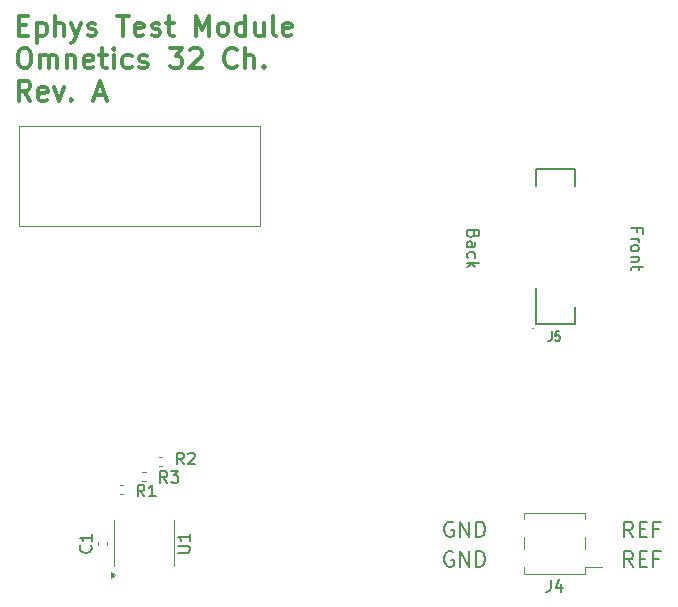
<source format=gbr>
G04 #@! TF.GenerationSoftware,KiCad,Pcbnew,9.0.0*
G04 #@! TF.CreationDate,2025-04-07T23:01:42+01:00*
G04 #@! TF.ProjectId,ephys-test-module-32,65706879-732d-4746-9573-742d6d6f6475,A*
G04 #@! TF.SameCoordinates,Original*
G04 #@! TF.FileFunction,Legend,Top*
G04 #@! TF.FilePolarity,Positive*
%FSLAX46Y46*%
G04 Gerber Fmt 4.6, Leading zero omitted, Abs format (unit mm)*
G04 Created by KiCad (PCBNEW 9.0.0) date 2025-04-07 23:01:42*
%MOMM*%
%LPD*%
G01*
G04 APERTURE LIST*
%ADD10C,0.150000*%
%ADD11C,0.200000*%
%ADD12C,0.300000*%
%ADD13C,0.120000*%
%ADD14C,0.100000*%
G04 APERTURE END LIST*
D10*
X164941990Y-99362856D02*
X164941990Y-99029523D01*
X164418180Y-99029523D02*
X165418180Y-99029523D01*
X165418180Y-99029523D02*
X165418180Y-99505713D01*
X164418180Y-99886666D02*
X165084847Y-99886666D01*
X164894371Y-99886666D02*
X164989609Y-99934285D01*
X164989609Y-99934285D02*
X165037228Y-99981904D01*
X165037228Y-99981904D02*
X165084847Y-100077142D01*
X165084847Y-100077142D02*
X165084847Y-100172380D01*
X164418180Y-100648571D02*
X164465800Y-100553333D01*
X164465800Y-100553333D02*
X164513419Y-100505714D01*
X164513419Y-100505714D02*
X164608657Y-100458095D01*
X164608657Y-100458095D02*
X164894371Y-100458095D01*
X164894371Y-100458095D02*
X164989609Y-100505714D01*
X164989609Y-100505714D02*
X165037228Y-100553333D01*
X165037228Y-100553333D02*
X165084847Y-100648571D01*
X165084847Y-100648571D02*
X165084847Y-100791428D01*
X165084847Y-100791428D02*
X165037228Y-100886666D01*
X165037228Y-100886666D02*
X164989609Y-100934285D01*
X164989609Y-100934285D02*
X164894371Y-100981904D01*
X164894371Y-100981904D02*
X164608657Y-100981904D01*
X164608657Y-100981904D02*
X164513419Y-100934285D01*
X164513419Y-100934285D02*
X164465800Y-100886666D01*
X164465800Y-100886666D02*
X164418180Y-100791428D01*
X164418180Y-100791428D02*
X164418180Y-100648571D01*
X165084847Y-101410476D02*
X164418180Y-101410476D01*
X164989609Y-101410476D02*
X165037228Y-101458095D01*
X165037228Y-101458095D02*
X165084847Y-101553333D01*
X165084847Y-101553333D02*
X165084847Y-101696190D01*
X165084847Y-101696190D02*
X165037228Y-101791428D01*
X165037228Y-101791428D02*
X164941990Y-101839047D01*
X164941990Y-101839047D02*
X164418180Y-101839047D01*
X165084847Y-102172381D02*
X165084847Y-102553333D01*
X165418180Y-102315238D02*
X164561038Y-102315238D01*
X164561038Y-102315238D02*
X164465800Y-102362857D01*
X164465800Y-102362857D02*
X164418180Y-102458095D01*
X164418180Y-102458095D02*
X164418180Y-102553333D01*
D11*
X149349524Y-123922909D02*
X149225714Y-123861004D01*
X149225714Y-123861004D02*
X149040000Y-123861004D01*
X149040000Y-123861004D02*
X148854286Y-123922909D01*
X148854286Y-123922909D02*
X148730476Y-124046719D01*
X148730476Y-124046719D02*
X148668571Y-124170528D01*
X148668571Y-124170528D02*
X148606667Y-124418147D01*
X148606667Y-124418147D02*
X148606667Y-124603861D01*
X148606667Y-124603861D02*
X148668571Y-124851480D01*
X148668571Y-124851480D02*
X148730476Y-124975290D01*
X148730476Y-124975290D02*
X148854286Y-125099100D01*
X148854286Y-125099100D02*
X149040000Y-125161004D01*
X149040000Y-125161004D02*
X149163809Y-125161004D01*
X149163809Y-125161004D02*
X149349524Y-125099100D01*
X149349524Y-125099100D02*
X149411428Y-125037195D01*
X149411428Y-125037195D02*
X149411428Y-124603861D01*
X149411428Y-124603861D02*
X149163809Y-124603861D01*
X149968571Y-125161004D02*
X149968571Y-123861004D01*
X149968571Y-123861004D02*
X150711428Y-125161004D01*
X150711428Y-125161004D02*
X150711428Y-123861004D01*
X151330476Y-125161004D02*
X151330476Y-123861004D01*
X151330476Y-123861004D02*
X151640000Y-123861004D01*
X151640000Y-123861004D02*
X151825714Y-123922909D01*
X151825714Y-123922909D02*
X151949524Y-124046719D01*
X151949524Y-124046719D02*
X152011429Y-124170528D01*
X152011429Y-124170528D02*
X152073333Y-124418147D01*
X152073333Y-124418147D02*
X152073333Y-124603861D01*
X152073333Y-124603861D02*
X152011429Y-124851480D01*
X152011429Y-124851480D02*
X151949524Y-124975290D01*
X151949524Y-124975290D02*
X151825714Y-125099100D01*
X151825714Y-125099100D02*
X151640000Y-125161004D01*
X151640000Y-125161004D02*
X151330476Y-125161004D01*
D10*
X151095990Y-99505714D02*
X151048371Y-99648571D01*
X151048371Y-99648571D02*
X151000752Y-99696190D01*
X151000752Y-99696190D02*
X150905514Y-99743809D01*
X150905514Y-99743809D02*
X150762657Y-99743809D01*
X150762657Y-99743809D02*
X150667419Y-99696190D01*
X150667419Y-99696190D02*
X150619800Y-99648571D01*
X150619800Y-99648571D02*
X150572180Y-99553333D01*
X150572180Y-99553333D02*
X150572180Y-99172381D01*
X150572180Y-99172381D02*
X151572180Y-99172381D01*
X151572180Y-99172381D02*
X151572180Y-99505714D01*
X151572180Y-99505714D02*
X151524561Y-99600952D01*
X151524561Y-99600952D02*
X151476942Y-99648571D01*
X151476942Y-99648571D02*
X151381704Y-99696190D01*
X151381704Y-99696190D02*
X151286466Y-99696190D01*
X151286466Y-99696190D02*
X151191228Y-99648571D01*
X151191228Y-99648571D02*
X151143609Y-99600952D01*
X151143609Y-99600952D02*
X151095990Y-99505714D01*
X151095990Y-99505714D02*
X151095990Y-99172381D01*
X150572180Y-100600952D02*
X151095990Y-100600952D01*
X151095990Y-100600952D02*
X151191228Y-100553333D01*
X151191228Y-100553333D02*
X151238847Y-100458095D01*
X151238847Y-100458095D02*
X151238847Y-100267619D01*
X151238847Y-100267619D02*
X151191228Y-100172381D01*
X150619800Y-100600952D02*
X150572180Y-100505714D01*
X150572180Y-100505714D02*
X150572180Y-100267619D01*
X150572180Y-100267619D02*
X150619800Y-100172381D01*
X150619800Y-100172381D02*
X150715038Y-100124762D01*
X150715038Y-100124762D02*
X150810276Y-100124762D01*
X150810276Y-100124762D02*
X150905514Y-100172381D01*
X150905514Y-100172381D02*
X150953133Y-100267619D01*
X150953133Y-100267619D02*
X150953133Y-100505714D01*
X150953133Y-100505714D02*
X151000752Y-100600952D01*
X150619800Y-101505714D02*
X150572180Y-101410476D01*
X150572180Y-101410476D02*
X150572180Y-101220000D01*
X150572180Y-101220000D02*
X150619800Y-101124762D01*
X150619800Y-101124762D02*
X150667419Y-101077143D01*
X150667419Y-101077143D02*
X150762657Y-101029524D01*
X150762657Y-101029524D02*
X151048371Y-101029524D01*
X151048371Y-101029524D02*
X151143609Y-101077143D01*
X151143609Y-101077143D02*
X151191228Y-101124762D01*
X151191228Y-101124762D02*
X151238847Y-101220000D01*
X151238847Y-101220000D02*
X151238847Y-101410476D01*
X151238847Y-101410476D02*
X151191228Y-101505714D01*
X150572180Y-101934286D02*
X151572180Y-101934286D01*
X150953133Y-102029524D02*
X150572180Y-102315238D01*
X151238847Y-102315238D02*
X150857895Y-101934286D01*
D11*
X164597142Y-125161004D02*
X164163809Y-124541957D01*
X163854285Y-125161004D02*
X163854285Y-123861004D01*
X163854285Y-123861004D02*
X164349523Y-123861004D01*
X164349523Y-123861004D02*
X164473333Y-123922909D01*
X164473333Y-123922909D02*
X164535238Y-123984814D01*
X164535238Y-123984814D02*
X164597142Y-124108623D01*
X164597142Y-124108623D02*
X164597142Y-124294338D01*
X164597142Y-124294338D02*
X164535238Y-124418147D01*
X164535238Y-124418147D02*
X164473333Y-124480052D01*
X164473333Y-124480052D02*
X164349523Y-124541957D01*
X164349523Y-124541957D02*
X163854285Y-124541957D01*
X165154285Y-124480052D02*
X165587619Y-124480052D01*
X165773333Y-125161004D02*
X165154285Y-125161004D01*
X165154285Y-125161004D02*
X165154285Y-123861004D01*
X165154285Y-123861004D02*
X165773333Y-123861004D01*
X166763809Y-124480052D02*
X166330475Y-124480052D01*
X166330475Y-125161004D02*
X166330475Y-123861004D01*
X166330475Y-123861004D02*
X166949523Y-123861004D01*
X164597142Y-127661004D02*
X164163809Y-127041957D01*
X163854285Y-127661004D02*
X163854285Y-126361004D01*
X163854285Y-126361004D02*
X164349523Y-126361004D01*
X164349523Y-126361004D02*
X164473333Y-126422909D01*
X164473333Y-126422909D02*
X164535238Y-126484814D01*
X164535238Y-126484814D02*
X164597142Y-126608623D01*
X164597142Y-126608623D02*
X164597142Y-126794338D01*
X164597142Y-126794338D02*
X164535238Y-126918147D01*
X164535238Y-126918147D02*
X164473333Y-126980052D01*
X164473333Y-126980052D02*
X164349523Y-127041957D01*
X164349523Y-127041957D02*
X163854285Y-127041957D01*
X165154285Y-126980052D02*
X165587619Y-126980052D01*
X165773333Y-127661004D02*
X165154285Y-127661004D01*
X165154285Y-127661004D02*
X165154285Y-126361004D01*
X165154285Y-126361004D02*
X165773333Y-126361004D01*
X166763809Y-126980052D02*
X166330475Y-126980052D01*
X166330475Y-127661004D02*
X166330475Y-126361004D01*
X166330475Y-126361004D02*
X166949523Y-126361004D01*
X149349524Y-126422909D02*
X149225714Y-126361004D01*
X149225714Y-126361004D02*
X149040000Y-126361004D01*
X149040000Y-126361004D02*
X148854286Y-126422909D01*
X148854286Y-126422909D02*
X148730476Y-126546719D01*
X148730476Y-126546719D02*
X148668571Y-126670528D01*
X148668571Y-126670528D02*
X148606667Y-126918147D01*
X148606667Y-126918147D02*
X148606667Y-127103861D01*
X148606667Y-127103861D02*
X148668571Y-127351480D01*
X148668571Y-127351480D02*
X148730476Y-127475290D01*
X148730476Y-127475290D02*
X148854286Y-127599100D01*
X148854286Y-127599100D02*
X149040000Y-127661004D01*
X149040000Y-127661004D02*
X149163809Y-127661004D01*
X149163809Y-127661004D02*
X149349524Y-127599100D01*
X149349524Y-127599100D02*
X149411428Y-127537195D01*
X149411428Y-127537195D02*
X149411428Y-127103861D01*
X149411428Y-127103861D02*
X149163809Y-127103861D01*
X149968571Y-127661004D02*
X149968571Y-126361004D01*
X149968571Y-126361004D02*
X150711428Y-127661004D01*
X150711428Y-127661004D02*
X150711428Y-126361004D01*
X151330476Y-127661004D02*
X151330476Y-126361004D01*
X151330476Y-126361004D02*
X151640000Y-126361004D01*
X151640000Y-126361004D02*
X151825714Y-126422909D01*
X151825714Y-126422909D02*
X151949524Y-126546719D01*
X151949524Y-126546719D02*
X152011429Y-126670528D01*
X152011429Y-126670528D02*
X152073333Y-126918147D01*
X152073333Y-126918147D02*
X152073333Y-127103861D01*
X152073333Y-127103861D02*
X152011429Y-127351480D01*
X152011429Y-127351480D02*
X151949524Y-127475290D01*
X151949524Y-127475290D02*
X151825714Y-127599100D01*
X151825714Y-127599100D02*
X151640000Y-127661004D01*
X151640000Y-127661004D02*
X151330476Y-127661004D01*
D12*
X112602129Y-81843472D02*
X113168796Y-81843472D01*
X113411653Y-82733948D02*
X112602129Y-82733948D01*
X112602129Y-82733948D02*
X112602129Y-81033948D01*
X112602129Y-81033948D02*
X113411653Y-81033948D01*
X114140224Y-81600615D02*
X114140224Y-83300615D01*
X114140224Y-81681567D02*
X114302129Y-81600615D01*
X114302129Y-81600615D02*
X114625939Y-81600615D01*
X114625939Y-81600615D02*
X114787843Y-81681567D01*
X114787843Y-81681567D02*
X114868796Y-81762519D01*
X114868796Y-81762519D02*
X114949748Y-81924424D01*
X114949748Y-81924424D02*
X114949748Y-82410138D01*
X114949748Y-82410138D02*
X114868796Y-82572043D01*
X114868796Y-82572043D02*
X114787843Y-82652996D01*
X114787843Y-82652996D02*
X114625939Y-82733948D01*
X114625939Y-82733948D02*
X114302129Y-82733948D01*
X114302129Y-82733948D02*
X114140224Y-82652996D01*
X115678319Y-82733948D02*
X115678319Y-81033948D01*
X116406891Y-82733948D02*
X116406891Y-81843472D01*
X116406891Y-81843472D02*
X116325938Y-81681567D01*
X116325938Y-81681567D02*
X116164034Y-81600615D01*
X116164034Y-81600615D02*
X115921177Y-81600615D01*
X115921177Y-81600615D02*
X115759272Y-81681567D01*
X115759272Y-81681567D02*
X115678319Y-81762519D01*
X117054510Y-81600615D02*
X117459272Y-82733948D01*
X117864033Y-81600615D02*
X117459272Y-82733948D01*
X117459272Y-82733948D02*
X117297367Y-83138710D01*
X117297367Y-83138710D02*
X117216414Y-83219662D01*
X117216414Y-83219662D02*
X117054510Y-83300615D01*
X118430700Y-82652996D02*
X118592605Y-82733948D01*
X118592605Y-82733948D02*
X118916414Y-82733948D01*
X118916414Y-82733948D02*
X119078319Y-82652996D01*
X119078319Y-82652996D02*
X119159271Y-82491091D01*
X119159271Y-82491091D02*
X119159271Y-82410138D01*
X119159271Y-82410138D02*
X119078319Y-82248234D01*
X119078319Y-82248234D02*
X118916414Y-82167281D01*
X118916414Y-82167281D02*
X118673557Y-82167281D01*
X118673557Y-82167281D02*
X118511652Y-82086329D01*
X118511652Y-82086329D02*
X118430700Y-81924424D01*
X118430700Y-81924424D02*
X118430700Y-81843472D01*
X118430700Y-81843472D02*
X118511652Y-81681567D01*
X118511652Y-81681567D02*
X118673557Y-81600615D01*
X118673557Y-81600615D02*
X118916414Y-81600615D01*
X118916414Y-81600615D02*
X119078319Y-81681567D01*
X120940223Y-81033948D02*
X121911652Y-81033948D01*
X121425938Y-82733948D02*
X121425938Y-81033948D01*
X123125937Y-82652996D02*
X122964033Y-82733948D01*
X122964033Y-82733948D02*
X122640223Y-82733948D01*
X122640223Y-82733948D02*
X122478318Y-82652996D01*
X122478318Y-82652996D02*
X122397366Y-82491091D01*
X122397366Y-82491091D02*
X122397366Y-81843472D01*
X122397366Y-81843472D02*
X122478318Y-81681567D01*
X122478318Y-81681567D02*
X122640223Y-81600615D01*
X122640223Y-81600615D02*
X122964033Y-81600615D01*
X122964033Y-81600615D02*
X123125937Y-81681567D01*
X123125937Y-81681567D02*
X123206890Y-81843472D01*
X123206890Y-81843472D02*
X123206890Y-82005376D01*
X123206890Y-82005376D02*
X122397366Y-82167281D01*
X123854509Y-82652996D02*
X124016414Y-82733948D01*
X124016414Y-82733948D02*
X124340223Y-82733948D01*
X124340223Y-82733948D02*
X124502128Y-82652996D01*
X124502128Y-82652996D02*
X124583080Y-82491091D01*
X124583080Y-82491091D02*
X124583080Y-82410138D01*
X124583080Y-82410138D02*
X124502128Y-82248234D01*
X124502128Y-82248234D02*
X124340223Y-82167281D01*
X124340223Y-82167281D02*
X124097366Y-82167281D01*
X124097366Y-82167281D02*
X123935461Y-82086329D01*
X123935461Y-82086329D02*
X123854509Y-81924424D01*
X123854509Y-81924424D02*
X123854509Y-81843472D01*
X123854509Y-81843472D02*
X123935461Y-81681567D01*
X123935461Y-81681567D02*
X124097366Y-81600615D01*
X124097366Y-81600615D02*
X124340223Y-81600615D01*
X124340223Y-81600615D02*
X124502128Y-81681567D01*
X125068794Y-81600615D02*
X125716413Y-81600615D01*
X125311651Y-81033948D02*
X125311651Y-82491091D01*
X125311651Y-82491091D02*
X125392604Y-82652996D01*
X125392604Y-82652996D02*
X125554509Y-82733948D01*
X125554509Y-82733948D02*
X125716413Y-82733948D01*
X127578318Y-82733948D02*
X127578318Y-81033948D01*
X127578318Y-81033948D02*
X128144985Y-82248234D01*
X128144985Y-82248234D02*
X128711652Y-81033948D01*
X128711652Y-81033948D02*
X128711652Y-82733948D01*
X129764033Y-82733948D02*
X129602128Y-82652996D01*
X129602128Y-82652996D02*
X129521175Y-82572043D01*
X129521175Y-82572043D02*
X129440223Y-82410138D01*
X129440223Y-82410138D02*
X129440223Y-81924424D01*
X129440223Y-81924424D02*
X129521175Y-81762519D01*
X129521175Y-81762519D02*
X129602128Y-81681567D01*
X129602128Y-81681567D02*
X129764033Y-81600615D01*
X129764033Y-81600615D02*
X130006890Y-81600615D01*
X130006890Y-81600615D02*
X130168794Y-81681567D01*
X130168794Y-81681567D02*
X130249747Y-81762519D01*
X130249747Y-81762519D02*
X130330699Y-81924424D01*
X130330699Y-81924424D02*
X130330699Y-82410138D01*
X130330699Y-82410138D02*
X130249747Y-82572043D01*
X130249747Y-82572043D02*
X130168794Y-82652996D01*
X130168794Y-82652996D02*
X130006890Y-82733948D01*
X130006890Y-82733948D02*
X129764033Y-82733948D01*
X131787842Y-82733948D02*
X131787842Y-81033948D01*
X131787842Y-82652996D02*
X131625937Y-82733948D01*
X131625937Y-82733948D02*
X131302128Y-82733948D01*
X131302128Y-82733948D02*
X131140223Y-82652996D01*
X131140223Y-82652996D02*
X131059270Y-82572043D01*
X131059270Y-82572043D02*
X130978318Y-82410138D01*
X130978318Y-82410138D02*
X130978318Y-81924424D01*
X130978318Y-81924424D02*
X131059270Y-81762519D01*
X131059270Y-81762519D02*
X131140223Y-81681567D01*
X131140223Y-81681567D02*
X131302128Y-81600615D01*
X131302128Y-81600615D02*
X131625937Y-81600615D01*
X131625937Y-81600615D02*
X131787842Y-81681567D01*
X133325937Y-81600615D02*
X133325937Y-82733948D01*
X132597365Y-81600615D02*
X132597365Y-82491091D01*
X132597365Y-82491091D02*
X132678318Y-82652996D01*
X132678318Y-82652996D02*
X132840223Y-82733948D01*
X132840223Y-82733948D02*
X133083080Y-82733948D01*
X133083080Y-82733948D02*
X133244984Y-82652996D01*
X133244984Y-82652996D02*
X133325937Y-82572043D01*
X134378318Y-82733948D02*
X134216413Y-82652996D01*
X134216413Y-82652996D02*
X134135460Y-82491091D01*
X134135460Y-82491091D02*
X134135460Y-81033948D01*
X135673555Y-82652996D02*
X135511651Y-82733948D01*
X135511651Y-82733948D02*
X135187841Y-82733948D01*
X135187841Y-82733948D02*
X135025936Y-82652996D01*
X135025936Y-82652996D02*
X134944984Y-82491091D01*
X134944984Y-82491091D02*
X134944984Y-81843472D01*
X134944984Y-81843472D02*
X135025936Y-81681567D01*
X135025936Y-81681567D02*
X135187841Y-81600615D01*
X135187841Y-81600615D02*
X135511651Y-81600615D01*
X135511651Y-81600615D02*
X135673555Y-81681567D01*
X135673555Y-81681567D02*
X135754508Y-81843472D01*
X135754508Y-81843472D02*
X135754508Y-82005376D01*
X135754508Y-82005376D02*
X134944984Y-82167281D01*
X112925939Y-83770853D02*
X113249748Y-83770853D01*
X113249748Y-83770853D02*
X113411653Y-83851805D01*
X113411653Y-83851805D02*
X113573558Y-84013710D01*
X113573558Y-84013710D02*
X113654510Y-84337520D01*
X113654510Y-84337520D02*
X113654510Y-84904186D01*
X113654510Y-84904186D02*
X113573558Y-85227996D01*
X113573558Y-85227996D02*
X113411653Y-85389901D01*
X113411653Y-85389901D02*
X113249748Y-85470853D01*
X113249748Y-85470853D02*
X112925939Y-85470853D01*
X112925939Y-85470853D02*
X112764034Y-85389901D01*
X112764034Y-85389901D02*
X112602129Y-85227996D01*
X112602129Y-85227996D02*
X112521177Y-84904186D01*
X112521177Y-84904186D02*
X112521177Y-84337520D01*
X112521177Y-84337520D02*
X112602129Y-84013710D01*
X112602129Y-84013710D02*
X112764034Y-83851805D01*
X112764034Y-83851805D02*
X112925939Y-83770853D01*
X114383081Y-85470853D02*
X114383081Y-84337520D01*
X114383081Y-84499424D02*
X114464034Y-84418472D01*
X114464034Y-84418472D02*
X114625939Y-84337520D01*
X114625939Y-84337520D02*
X114868796Y-84337520D01*
X114868796Y-84337520D02*
X115030700Y-84418472D01*
X115030700Y-84418472D02*
X115111653Y-84580377D01*
X115111653Y-84580377D02*
X115111653Y-85470853D01*
X115111653Y-84580377D02*
X115192605Y-84418472D01*
X115192605Y-84418472D02*
X115354510Y-84337520D01*
X115354510Y-84337520D02*
X115597367Y-84337520D01*
X115597367Y-84337520D02*
X115759272Y-84418472D01*
X115759272Y-84418472D02*
X115840224Y-84580377D01*
X115840224Y-84580377D02*
X115840224Y-85470853D01*
X116649748Y-84337520D02*
X116649748Y-85470853D01*
X116649748Y-84499424D02*
X116730701Y-84418472D01*
X116730701Y-84418472D02*
X116892606Y-84337520D01*
X116892606Y-84337520D02*
X117135463Y-84337520D01*
X117135463Y-84337520D02*
X117297367Y-84418472D01*
X117297367Y-84418472D02*
X117378320Y-84580377D01*
X117378320Y-84580377D02*
X117378320Y-85470853D01*
X118835462Y-85389901D02*
X118673558Y-85470853D01*
X118673558Y-85470853D02*
X118349748Y-85470853D01*
X118349748Y-85470853D02*
X118187843Y-85389901D01*
X118187843Y-85389901D02*
X118106891Y-85227996D01*
X118106891Y-85227996D02*
X118106891Y-84580377D01*
X118106891Y-84580377D02*
X118187843Y-84418472D01*
X118187843Y-84418472D02*
X118349748Y-84337520D01*
X118349748Y-84337520D02*
X118673558Y-84337520D01*
X118673558Y-84337520D02*
X118835462Y-84418472D01*
X118835462Y-84418472D02*
X118916415Y-84580377D01*
X118916415Y-84580377D02*
X118916415Y-84742281D01*
X118916415Y-84742281D02*
X118106891Y-84904186D01*
X119402129Y-84337520D02*
X120049748Y-84337520D01*
X119644986Y-83770853D02*
X119644986Y-85227996D01*
X119644986Y-85227996D02*
X119725939Y-85389901D01*
X119725939Y-85389901D02*
X119887844Y-85470853D01*
X119887844Y-85470853D02*
X120049748Y-85470853D01*
X120616415Y-85470853D02*
X120616415Y-84337520D01*
X120616415Y-83770853D02*
X120535463Y-83851805D01*
X120535463Y-83851805D02*
X120616415Y-83932758D01*
X120616415Y-83932758D02*
X120697368Y-83851805D01*
X120697368Y-83851805D02*
X120616415Y-83770853D01*
X120616415Y-83770853D02*
X120616415Y-83932758D01*
X122154511Y-85389901D02*
X121992606Y-85470853D01*
X121992606Y-85470853D02*
X121668797Y-85470853D01*
X121668797Y-85470853D02*
X121506892Y-85389901D01*
X121506892Y-85389901D02*
X121425939Y-85308948D01*
X121425939Y-85308948D02*
X121344987Y-85147043D01*
X121344987Y-85147043D02*
X121344987Y-84661329D01*
X121344987Y-84661329D02*
X121425939Y-84499424D01*
X121425939Y-84499424D02*
X121506892Y-84418472D01*
X121506892Y-84418472D02*
X121668797Y-84337520D01*
X121668797Y-84337520D02*
X121992606Y-84337520D01*
X121992606Y-84337520D02*
X122154511Y-84418472D01*
X122802130Y-85389901D02*
X122964035Y-85470853D01*
X122964035Y-85470853D02*
X123287844Y-85470853D01*
X123287844Y-85470853D02*
X123449749Y-85389901D01*
X123449749Y-85389901D02*
X123530701Y-85227996D01*
X123530701Y-85227996D02*
X123530701Y-85147043D01*
X123530701Y-85147043D02*
X123449749Y-84985139D01*
X123449749Y-84985139D02*
X123287844Y-84904186D01*
X123287844Y-84904186D02*
X123044987Y-84904186D01*
X123044987Y-84904186D02*
X122883082Y-84823234D01*
X122883082Y-84823234D02*
X122802130Y-84661329D01*
X122802130Y-84661329D02*
X122802130Y-84580377D01*
X122802130Y-84580377D02*
X122883082Y-84418472D01*
X122883082Y-84418472D02*
X123044987Y-84337520D01*
X123044987Y-84337520D02*
X123287844Y-84337520D01*
X123287844Y-84337520D02*
X123449749Y-84418472D01*
X125392606Y-83770853D02*
X126444987Y-83770853D01*
X126444987Y-83770853D02*
X125878320Y-84418472D01*
X125878320Y-84418472D02*
X126121177Y-84418472D01*
X126121177Y-84418472D02*
X126283082Y-84499424D01*
X126283082Y-84499424D02*
X126364034Y-84580377D01*
X126364034Y-84580377D02*
X126444987Y-84742281D01*
X126444987Y-84742281D02*
X126444987Y-85147043D01*
X126444987Y-85147043D02*
X126364034Y-85308948D01*
X126364034Y-85308948D02*
X126283082Y-85389901D01*
X126283082Y-85389901D02*
X126121177Y-85470853D01*
X126121177Y-85470853D02*
X125635463Y-85470853D01*
X125635463Y-85470853D02*
X125473558Y-85389901D01*
X125473558Y-85389901D02*
X125392606Y-85308948D01*
X127092606Y-83932758D02*
X127173558Y-83851805D01*
X127173558Y-83851805D02*
X127335463Y-83770853D01*
X127335463Y-83770853D02*
X127740225Y-83770853D01*
X127740225Y-83770853D02*
X127902130Y-83851805D01*
X127902130Y-83851805D02*
X127983082Y-83932758D01*
X127983082Y-83932758D02*
X128064035Y-84094662D01*
X128064035Y-84094662D02*
X128064035Y-84256567D01*
X128064035Y-84256567D02*
X127983082Y-84499424D01*
X127983082Y-84499424D02*
X127011654Y-85470853D01*
X127011654Y-85470853D02*
X128064035Y-85470853D01*
X131059273Y-85308948D02*
X130978321Y-85389901D01*
X130978321Y-85389901D02*
X130735463Y-85470853D01*
X130735463Y-85470853D02*
X130573559Y-85470853D01*
X130573559Y-85470853D02*
X130330702Y-85389901D01*
X130330702Y-85389901D02*
X130168797Y-85227996D01*
X130168797Y-85227996D02*
X130087844Y-85066091D01*
X130087844Y-85066091D02*
X130006892Y-84742281D01*
X130006892Y-84742281D02*
X130006892Y-84499424D01*
X130006892Y-84499424D02*
X130087844Y-84175615D01*
X130087844Y-84175615D02*
X130168797Y-84013710D01*
X130168797Y-84013710D02*
X130330702Y-83851805D01*
X130330702Y-83851805D02*
X130573559Y-83770853D01*
X130573559Y-83770853D02*
X130735463Y-83770853D01*
X130735463Y-83770853D02*
X130978321Y-83851805D01*
X130978321Y-83851805D02*
X131059273Y-83932758D01*
X131787844Y-85470853D02*
X131787844Y-83770853D01*
X132516416Y-85470853D02*
X132516416Y-84580377D01*
X132516416Y-84580377D02*
X132435463Y-84418472D01*
X132435463Y-84418472D02*
X132273559Y-84337520D01*
X132273559Y-84337520D02*
X132030702Y-84337520D01*
X132030702Y-84337520D02*
X131868797Y-84418472D01*
X131868797Y-84418472D02*
X131787844Y-84499424D01*
X133325939Y-85308948D02*
X133406892Y-85389901D01*
X133406892Y-85389901D02*
X133325939Y-85470853D01*
X133325939Y-85470853D02*
X133244987Y-85389901D01*
X133244987Y-85389901D02*
X133325939Y-85308948D01*
X133325939Y-85308948D02*
X133325939Y-85470853D01*
X113573558Y-88207758D02*
X113006891Y-87398234D01*
X112602129Y-88207758D02*
X112602129Y-86507758D01*
X112602129Y-86507758D02*
X113249748Y-86507758D01*
X113249748Y-86507758D02*
X113411653Y-86588710D01*
X113411653Y-86588710D02*
X113492606Y-86669663D01*
X113492606Y-86669663D02*
X113573558Y-86831567D01*
X113573558Y-86831567D02*
X113573558Y-87074425D01*
X113573558Y-87074425D02*
X113492606Y-87236329D01*
X113492606Y-87236329D02*
X113411653Y-87317282D01*
X113411653Y-87317282D02*
X113249748Y-87398234D01*
X113249748Y-87398234D02*
X112602129Y-87398234D01*
X114949748Y-88126806D02*
X114787844Y-88207758D01*
X114787844Y-88207758D02*
X114464034Y-88207758D01*
X114464034Y-88207758D02*
X114302129Y-88126806D01*
X114302129Y-88126806D02*
X114221177Y-87964901D01*
X114221177Y-87964901D02*
X114221177Y-87317282D01*
X114221177Y-87317282D02*
X114302129Y-87155377D01*
X114302129Y-87155377D02*
X114464034Y-87074425D01*
X114464034Y-87074425D02*
X114787844Y-87074425D01*
X114787844Y-87074425D02*
X114949748Y-87155377D01*
X114949748Y-87155377D02*
X115030701Y-87317282D01*
X115030701Y-87317282D02*
X115030701Y-87479186D01*
X115030701Y-87479186D02*
X114221177Y-87641091D01*
X115597368Y-87074425D02*
X116002130Y-88207758D01*
X116002130Y-88207758D02*
X116406891Y-87074425D01*
X117054510Y-88045853D02*
X117135463Y-88126806D01*
X117135463Y-88126806D02*
X117054510Y-88207758D01*
X117054510Y-88207758D02*
X116973558Y-88126806D01*
X116973558Y-88126806D02*
X117054510Y-88045853D01*
X117054510Y-88045853D02*
X117054510Y-88207758D01*
X119078320Y-87722044D02*
X119887844Y-87722044D01*
X118916415Y-88207758D02*
X119483082Y-86507758D01*
X119483082Y-86507758D02*
X120049749Y-88207758D01*
D10*
X157634666Y-128782819D02*
X157634666Y-129497104D01*
X157634666Y-129497104D02*
X157587047Y-129639961D01*
X157587047Y-129639961D02*
X157491809Y-129735200D01*
X157491809Y-129735200D02*
X157348952Y-129782819D01*
X157348952Y-129782819D02*
X157253714Y-129782819D01*
X158539428Y-129116152D02*
X158539428Y-129782819D01*
X158301333Y-128735200D02*
X158063238Y-129449485D01*
X158063238Y-129449485D02*
X158682285Y-129449485D01*
X157706666Y-107745427D02*
X157706666Y-108352570D01*
X157706666Y-108352570D02*
X157673333Y-108473998D01*
X157673333Y-108473998D02*
X157606666Y-108554951D01*
X157606666Y-108554951D02*
X157506666Y-108595427D01*
X157506666Y-108595427D02*
X157440000Y-108595427D01*
X158373333Y-107745427D02*
X158039999Y-107745427D01*
X158039999Y-107745427D02*
X158006666Y-108150189D01*
X158006666Y-108150189D02*
X158039999Y-108109712D01*
X158039999Y-108109712D02*
X158106666Y-108069236D01*
X158106666Y-108069236D02*
X158273333Y-108069236D01*
X158273333Y-108069236D02*
X158339999Y-108109712D01*
X158339999Y-108109712D02*
X158373333Y-108150189D01*
X158373333Y-108150189D02*
X158406666Y-108231141D01*
X158406666Y-108231141D02*
X158406666Y-108433522D01*
X158406666Y-108433522D02*
X158373333Y-108514474D01*
X158373333Y-108514474D02*
X158339999Y-108554951D01*
X158339999Y-108554951D02*
X158273333Y-108595427D01*
X158273333Y-108595427D02*
X158106666Y-108595427D01*
X158106666Y-108595427D02*
X158039999Y-108554951D01*
X158039999Y-108554951D02*
X158006666Y-108514474D01*
X125153333Y-120564819D02*
X124820000Y-120088628D01*
X124581905Y-120564819D02*
X124581905Y-119564819D01*
X124581905Y-119564819D02*
X124962857Y-119564819D01*
X124962857Y-119564819D02*
X125058095Y-119612438D01*
X125058095Y-119612438D02*
X125105714Y-119660057D01*
X125105714Y-119660057D02*
X125153333Y-119755295D01*
X125153333Y-119755295D02*
X125153333Y-119898152D01*
X125153333Y-119898152D02*
X125105714Y-119993390D01*
X125105714Y-119993390D02*
X125058095Y-120041009D01*
X125058095Y-120041009D02*
X124962857Y-120088628D01*
X124962857Y-120088628D02*
X124581905Y-120088628D01*
X125486667Y-119564819D02*
X126105714Y-119564819D01*
X126105714Y-119564819D02*
X125772381Y-119945771D01*
X125772381Y-119945771D02*
X125915238Y-119945771D01*
X125915238Y-119945771D02*
X126010476Y-119993390D01*
X126010476Y-119993390D02*
X126058095Y-120041009D01*
X126058095Y-120041009D02*
X126105714Y-120136247D01*
X126105714Y-120136247D02*
X126105714Y-120374342D01*
X126105714Y-120374342D02*
X126058095Y-120469580D01*
X126058095Y-120469580D02*
X126010476Y-120517200D01*
X126010476Y-120517200D02*
X125915238Y-120564819D01*
X125915238Y-120564819D02*
X125629524Y-120564819D01*
X125629524Y-120564819D02*
X125534286Y-120517200D01*
X125534286Y-120517200D02*
X125486667Y-120469580D01*
X123223333Y-121724819D02*
X122890000Y-121248628D01*
X122651905Y-121724819D02*
X122651905Y-120724819D01*
X122651905Y-120724819D02*
X123032857Y-120724819D01*
X123032857Y-120724819D02*
X123128095Y-120772438D01*
X123128095Y-120772438D02*
X123175714Y-120820057D01*
X123175714Y-120820057D02*
X123223333Y-120915295D01*
X123223333Y-120915295D02*
X123223333Y-121058152D01*
X123223333Y-121058152D02*
X123175714Y-121153390D01*
X123175714Y-121153390D02*
X123128095Y-121201009D01*
X123128095Y-121201009D02*
X123032857Y-121248628D01*
X123032857Y-121248628D02*
X122651905Y-121248628D01*
X124175714Y-121724819D02*
X123604286Y-121724819D01*
X123890000Y-121724819D02*
X123890000Y-120724819D01*
X123890000Y-120724819D02*
X123794762Y-120867676D01*
X123794762Y-120867676D02*
X123699524Y-120962914D01*
X123699524Y-120962914D02*
X123604286Y-121010533D01*
X126074819Y-126471904D02*
X126884342Y-126471904D01*
X126884342Y-126471904D02*
X126979580Y-126424285D01*
X126979580Y-126424285D02*
X127027200Y-126376666D01*
X127027200Y-126376666D02*
X127074819Y-126281428D01*
X127074819Y-126281428D02*
X127074819Y-126090952D01*
X127074819Y-126090952D02*
X127027200Y-125995714D01*
X127027200Y-125995714D02*
X126979580Y-125948095D01*
X126979580Y-125948095D02*
X126884342Y-125900476D01*
X126884342Y-125900476D02*
X126074819Y-125900476D01*
X127074819Y-124900476D02*
X127074819Y-125471904D01*
X127074819Y-125186190D02*
X126074819Y-125186190D01*
X126074819Y-125186190D02*
X126217676Y-125281428D01*
X126217676Y-125281428D02*
X126312914Y-125376666D01*
X126312914Y-125376666D02*
X126360533Y-125471904D01*
X126563333Y-119014819D02*
X126230000Y-118538628D01*
X125991905Y-119014819D02*
X125991905Y-118014819D01*
X125991905Y-118014819D02*
X126372857Y-118014819D01*
X126372857Y-118014819D02*
X126468095Y-118062438D01*
X126468095Y-118062438D02*
X126515714Y-118110057D01*
X126515714Y-118110057D02*
X126563333Y-118205295D01*
X126563333Y-118205295D02*
X126563333Y-118348152D01*
X126563333Y-118348152D02*
X126515714Y-118443390D01*
X126515714Y-118443390D02*
X126468095Y-118491009D01*
X126468095Y-118491009D02*
X126372857Y-118538628D01*
X126372857Y-118538628D02*
X125991905Y-118538628D01*
X126944286Y-118110057D02*
X126991905Y-118062438D01*
X126991905Y-118062438D02*
X127087143Y-118014819D01*
X127087143Y-118014819D02*
X127325238Y-118014819D01*
X127325238Y-118014819D02*
X127420476Y-118062438D01*
X127420476Y-118062438D02*
X127468095Y-118110057D01*
X127468095Y-118110057D02*
X127515714Y-118205295D01*
X127515714Y-118205295D02*
X127515714Y-118300533D01*
X127515714Y-118300533D02*
X127468095Y-118443390D01*
X127468095Y-118443390D02*
X126896667Y-119014819D01*
X126896667Y-119014819D02*
X127515714Y-119014819D01*
X118669580Y-125866666D02*
X118717200Y-125914285D01*
X118717200Y-125914285D02*
X118764819Y-126057142D01*
X118764819Y-126057142D02*
X118764819Y-126152380D01*
X118764819Y-126152380D02*
X118717200Y-126295237D01*
X118717200Y-126295237D02*
X118621961Y-126390475D01*
X118621961Y-126390475D02*
X118526723Y-126438094D01*
X118526723Y-126438094D02*
X118336247Y-126485713D01*
X118336247Y-126485713D02*
X118193390Y-126485713D01*
X118193390Y-126485713D02*
X118002914Y-126438094D01*
X118002914Y-126438094D02*
X117907676Y-126390475D01*
X117907676Y-126390475D02*
X117812438Y-126295237D01*
X117812438Y-126295237D02*
X117764819Y-126152380D01*
X117764819Y-126152380D02*
X117764819Y-126057142D01*
X117764819Y-126057142D02*
X117812438Y-125914285D01*
X117812438Y-125914285D02*
X117860057Y-125866666D01*
X118764819Y-124914285D02*
X118764819Y-125485713D01*
X118764819Y-125199999D02*
X117764819Y-125199999D01*
X117764819Y-125199999D02*
X117907676Y-125295237D01*
X117907676Y-125295237D02*
X118002914Y-125390475D01*
X118002914Y-125390475D02*
X118050533Y-125485713D01*
D13*
G04 #@! TO.C,J4*
X155350000Y-123670000D02*
X155350000Y-123100000D01*
X155350000Y-126210000D02*
X155350000Y-125190000D01*
X155350000Y-128300000D02*
X155350000Y-127730000D01*
X160550000Y-123100000D02*
X155350000Y-123100000D01*
X160550000Y-123670000D02*
X160550000Y-123100000D01*
X160550000Y-126210000D02*
X160550000Y-125190000D01*
X160550000Y-128300000D02*
X155350000Y-128300000D01*
X160550000Y-128300000D02*
X160550000Y-127730000D01*
X161990000Y-127730000D02*
X160550000Y-127730000D01*
D11*
G04 #@! TO.C,J5*
X156350000Y-95420000D02*
X156350000Y-93985000D01*
X156350000Y-107120000D02*
X156350000Y-104082000D01*
X159650000Y-93985000D02*
X156350000Y-93985000D01*
X159650000Y-93985000D02*
X159650000Y-95420000D01*
X159650000Y-105685000D02*
X159650000Y-107120000D01*
X159650000Y-107120000D02*
X156350000Y-107120000D01*
X156150001Y-107420000D02*
X156150001Y-107420000D01*
X156150001Y-107420000D01*
X156150001Y-107420000D01*
X156150001Y-107420000D01*
X156150001Y-107420000D01*
X156150001Y-107420001D01*
X156150001Y-107420001D01*
X156150001Y-107420001D01*
X156150001Y-107420001D01*
X156150001Y-107420001D01*
X156150001Y-107420001D01*
X156150001Y-107420001D01*
X156150000Y-107420001D01*
X156150000Y-107420001D01*
X156150000Y-107420001D01*
X156150000Y-107420001D01*
X156150000Y-107420001D01*
X156150000Y-107420001D01*
X156150000Y-107420001D01*
X156150000Y-107420001D01*
X156150000Y-107420001D01*
X156150000Y-107420001D01*
X156150000Y-107420001D01*
X156150000Y-107420001D01*
X156149999Y-107420001D01*
X156149999Y-107420001D01*
X156149999Y-107420001D01*
X156149999Y-107420001D01*
X156149999Y-107420001D01*
X156149999Y-107420001D01*
X156149999Y-107420000D01*
X156149999Y-107420000D01*
X156149999Y-107420000D01*
X156149999Y-107420000D01*
X156149999Y-107420000D01*
X156149999Y-107420000D01*
X156149999Y-107420000D02*
X156149999Y-107420000D01*
X156149999Y-107420000D01*
X156149999Y-107420000D01*
X156149999Y-107420000D01*
X156149999Y-107420000D01*
X156149999Y-107420000D01*
X156149999Y-107419999D01*
X156149999Y-107419999D01*
X156149999Y-107419999D01*
X156149999Y-107419999D01*
X156149999Y-107419999D01*
X156150000Y-107419999D01*
X156150000Y-107419999D01*
X156150000Y-107419999D01*
X156150000Y-107419999D01*
X156150000Y-107419999D01*
X156150000Y-107419999D01*
X156150000Y-107419999D01*
X156150000Y-107419999D01*
X156150000Y-107419999D01*
X156150000Y-107419999D01*
X156150000Y-107419999D01*
X156150000Y-107419999D01*
X156150001Y-107419999D01*
X156150001Y-107419999D01*
X156150001Y-107419999D01*
X156150001Y-107419999D01*
X156150001Y-107419999D01*
X156150001Y-107419999D01*
X156150001Y-107420000D01*
X156150001Y-107420000D01*
X156150001Y-107420000D01*
X156150001Y-107420000D01*
X156150001Y-107420000D01*
X156150001Y-107420000D01*
X156150001Y-107420000D01*
D13*
G04 #@! TO.C,R3*
X123046359Y-119620000D02*
X123353641Y-119620000D01*
X123046359Y-120380000D02*
X123353641Y-120380000D01*
G04 #@! TO.C,R1*
X121146359Y-120720000D02*
X121453641Y-120720000D01*
X121146359Y-121480000D02*
X121453641Y-121480000D01*
G04 #@! TO.C,H1*
D14*
X112600000Y-90400000D02*
X133000000Y-90400000D01*
X133000000Y-98800000D01*
X112600000Y-98800000D01*
X112600000Y-90400000D01*
D13*
G04 #@! TO.C,U1*
X120640000Y-125700000D02*
X120640000Y-123750000D01*
X120640000Y-125700000D02*
X120640000Y-127650000D01*
X125760000Y-125700000D02*
X125760000Y-123750000D01*
X125760000Y-125700000D02*
X125760000Y-127650000D01*
X120735000Y-128400000D02*
X120405000Y-128640000D01*
X120405000Y-128160000D01*
X120735000Y-128400000D01*
G36*
X120735000Y-128400000D02*
G01*
X120405000Y-128640000D01*
X120405000Y-128160000D01*
X120735000Y-128400000D01*
G37*
G04 #@! TO.C,R2*
X124446359Y-118420000D02*
X124753641Y-118420000D01*
X124446359Y-119180000D02*
X124753641Y-119180000D01*
G04 #@! TO.C,C1*
X119340000Y-125592164D02*
X119340000Y-125807836D01*
X120060000Y-125592164D02*
X120060000Y-125807836D01*
G04 #@! TD*
M02*

</source>
